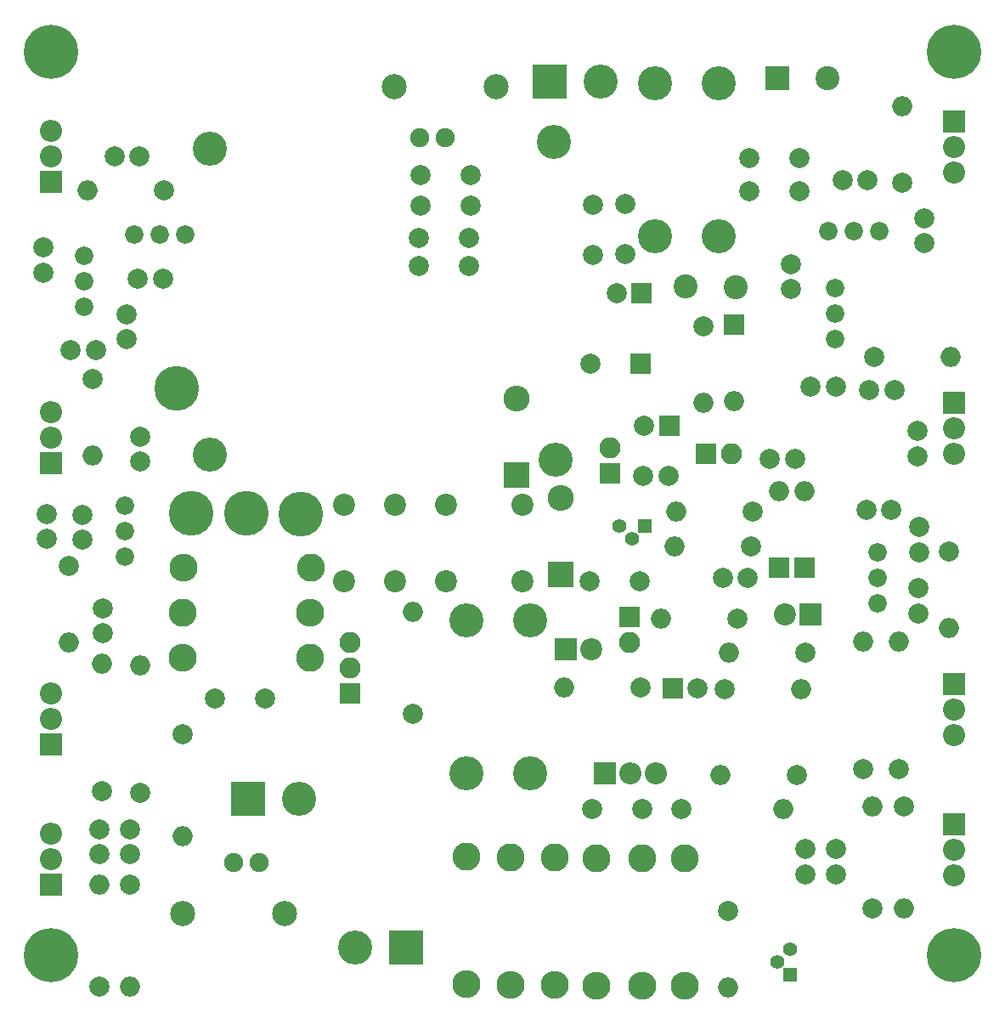
<source format=gbr>
G04 #@! TF.FileFunction,Soldermask,Bot*
%FSLAX46Y46*%
G04 Gerber Fmt 4.6, Leading zero omitted, Abs format (unit mm)*
G04 Created by KiCad (PCBNEW 4.0.7) date 07/03/19 14:07:01*
%MOMM*%
%LPD*%
G01*
G04 APERTURE LIST*
%ADD10C,0.100000*%
%ADD11C,1.840000*%
%ADD12C,2.000000*%
%ADD13O,2.000000X2.000000*%
%ADD14C,2.800000*%
%ADD15O,2.800000X2.800000*%
%ADD16R,2.000000X2.000000*%
%ADD17R,2.400000X2.400000*%
%ADD18C,2.400000*%
%ADD19R,2.600000X2.600000*%
%ADD20O,2.600000X2.600000*%
%ADD21R,3.400000X3.400000*%
%ADD22C,3.400000*%
%ADD23R,2.100000X2.100000*%
%ADD24O,2.100000X2.100000*%
%ADD25C,1.400000*%
%ADD26R,1.400000X1.400000*%
%ADD27C,2.200000*%
%ADD28C,5.400000*%
%ADD29R,2.200000X2.200000*%
%ADD30O,2.200000X2.200000*%
%ADD31C,1.900000*%
%ADD32C,2.500000*%
%ADD33C,4.464000*%
G04 APERTURE END LIST*
D10*
D11*
X52374800Y-95300800D03*
X52374800Y-92760800D03*
X52374800Y-90220800D03*
D12*
X50038000Y-118719600D03*
D13*
X50038000Y-106019600D03*
D12*
X114782600Y-94284800D03*
D13*
X107162600Y-94284800D03*
D12*
X81813400Y-60350400D03*
X86813400Y-60350400D03*
D14*
X70916800Y-96443800D03*
D15*
X58216800Y-96443800D03*
D16*
X106616500Y-82257900D03*
D12*
X104116500Y-82257900D03*
X119126000Y-85598000D03*
X116626000Y-85598000D03*
X106540300Y-87261700D03*
X104040300Y-87261700D03*
X49784000Y-124968000D03*
X49784000Y-122468000D03*
X53835300Y-55473600D03*
X51335300Y-55473600D03*
X123215400Y-124447300D03*
X123215400Y-126947300D03*
D16*
X103860600Y-69077840D03*
D12*
X101360600Y-69077840D03*
X56134000Y-67614800D03*
X53634000Y-67614800D03*
D16*
X103748840Y-76123800D03*
D12*
X98748840Y-76123800D03*
D17*
X117348000Y-47650400D03*
D18*
X122348000Y-47650400D03*
D12*
X48133000Y-93624400D03*
X48133000Y-91124400D03*
D16*
X106934000Y-108458000D03*
D12*
X109434000Y-108458000D03*
D16*
X117576600Y-96443800D03*
D13*
X117576600Y-88823800D03*
D16*
X120129300Y-96431100D03*
D13*
X120129300Y-88811100D03*
D19*
X91404440Y-87172800D03*
D20*
X91404440Y-79552800D03*
D19*
X95783400Y-97053400D03*
D20*
X95783400Y-89433400D03*
D21*
X64643000Y-119443500D03*
D22*
X69723000Y-119443500D03*
D21*
X80411320Y-134223760D03*
D22*
X75331320Y-134223760D03*
D21*
X94678500Y-48006000D03*
D22*
X99758500Y-48006000D03*
D23*
X74777600Y-108966000D03*
D24*
X74777600Y-106426000D03*
X74777600Y-103886000D03*
D12*
X81076800Y-110972600D03*
D13*
X81076800Y-100812600D03*
D25*
X102946200Y-93497400D03*
X101676200Y-92227400D03*
D26*
X104216200Y-92227400D03*
D12*
X114909600Y-90855800D03*
D13*
X107289600Y-90855800D03*
D14*
X58140600Y-100939600D03*
D15*
X70840600Y-100939600D03*
D14*
X70789800Y-105359200D03*
D15*
X58089800Y-105359200D03*
D12*
X49784000Y-138176000D03*
D13*
X49784000Y-128016000D03*
D12*
X129971800Y-120243600D03*
D13*
X129971800Y-130403600D03*
D12*
X112166400Y-108559600D03*
D13*
X119786400Y-108559600D03*
D14*
X95214440Y-125262640D03*
D15*
X95214440Y-137962640D03*
D12*
X120142000Y-104902000D03*
D13*
X112522000Y-104902000D03*
D12*
X103713280Y-108351320D03*
D13*
X96093280Y-108351320D03*
D27*
X84396600Y-97780000D03*
X74236600Y-97780000D03*
X79316600Y-97780000D03*
X79316600Y-90180000D03*
X84396600Y-90180000D03*
X74236600Y-90180000D03*
X92016600Y-97780000D03*
X92016600Y-90180000D03*
D11*
X53289200Y-63246000D03*
X55829200Y-63246000D03*
X58369200Y-63246000D03*
X127355600Y-94894400D03*
X127355600Y-97434400D03*
X127355600Y-99974400D03*
D28*
X45000000Y-135000000D03*
X135000000Y-135000000D03*
X135000000Y-45000000D03*
X45000000Y-45000000D03*
D12*
X61315600Y-109474000D03*
X66315600Y-109474000D03*
X98907600Y-120446800D03*
X103907600Y-120446800D03*
X98643440Y-97805240D03*
X103643440Y-97805240D03*
X114452400Y-97459800D03*
X111952400Y-97459800D03*
D18*
X113233200Y-68503800D03*
D12*
X109982000Y-72390000D03*
D13*
X109982000Y-80010000D03*
D12*
X52832000Y-128016000D03*
D13*
X52832000Y-138176000D03*
D12*
X126847600Y-130378200D03*
D13*
X126847600Y-120218200D03*
D12*
X58102500Y-112966500D03*
D13*
X58102500Y-123126500D03*
D12*
X107797600Y-120446800D03*
D13*
X117957600Y-120446800D03*
D29*
X120650000Y-101092000D03*
D27*
X118110000Y-101092000D03*
D29*
X45000000Y-128000000D03*
D30*
X45000000Y-125460000D03*
X45000000Y-122920000D03*
D29*
X135000000Y-122000000D03*
D30*
X135000000Y-124540000D03*
X135000000Y-127080000D03*
D23*
X100685600Y-87045800D03*
D24*
X100685600Y-84505800D03*
D29*
X96316800Y-104510840D03*
D27*
X98856800Y-104510840D03*
D12*
X131521200Y-94869000D03*
X131521200Y-92369000D03*
D18*
X108280200Y-68389500D03*
D29*
X45000000Y-114000000D03*
D30*
X45000000Y-111460000D03*
X45000000Y-108920000D03*
D29*
X135000000Y-108000000D03*
D30*
X135000000Y-110540000D03*
X135000000Y-113080000D03*
D29*
X45000000Y-86000000D03*
D30*
X45000000Y-83460000D03*
X45000000Y-80920000D03*
D29*
X135000000Y-80000000D03*
D30*
X135000000Y-82540000D03*
X135000000Y-85080000D03*
D29*
X135000000Y-52000000D03*
D30*
X135000000Y-54540000D03*
X135000000Y-57080000D03*
D31*
X84277200Y-53543240D03*
X81737200Y-53543240D03*
D32*
X79197200Y-48463240D03*
X89357200Y-48463240D03*
D31*
X63207900Y-125770600D03*
X65747900Y-125770600D03*
D32*
X68287900Y-130850600D03*
X58127900Y-130850600D03*
D12*
X114554000Y-55626000D03*
X119554000Y-55626000D03*
X98983800Y-60238640D03*
X98983800Y-65238640D03*
X102260400Y-60198000D03*
X102260400Y-65198000D03*
X114554000Y-58928000D03*
X119554000Y-58928000D03*
X81813400Y-57327800D03*
X86813400Y-57327800D03*
X81686400Y-63525400D03*
X86686400Y-63525400D03*
X81635600Y-66395600D03*
X86635600Y-66395600D03*
D14*
X90769440Y-125262640D03*
D15*
X90769440Y-137962640D03*
D14*
X86410800Y-125171200D03*
D15*
X86410800Y-137871200D03*
D22*
X92710000Y-116865400D03*
X92710000Y-101625400D03*
X86360000Y-116865400D03*
X86360000Y-101625400D03*
X111506000Y-63373000D03*
X111506000Y-48133000D03*
X105156000Y-63373000D03*
X105156000Y-48133000D03*
D12*
X129476500Y-116459000D03*
D13*
X129476500Y-103759000D03*
D12*
X52832000Y-124968000D03*
X52832000Y-122468000D03*
X120142000Y-124460000D03*
X120142000Y-126960000D03*
D33*
X64429640Y-91023440D03*
X69916040Y-91099640D03*
X57520840Y-78587600D03*
X58943240Y-91023440D03*
D12*
X53848000Y-118872000D03*
D13*
X53848000Y-106172000D03*
D12*
X125920500Y-116509800D03*
D13*
X125920500Y-103809800D03*
D12*
X131419600Y-100965000D03*
X131419600Y-98465000D03*
X50139600Y-102971600D03*
X50139600Y-100471600D03*
X126238000Y-90678000D03*
X128738000Y-90678000D03*
X53898800Y-85852000D03*
X53898800Y-83352000D03*
X131318000Y-82804000D03*
X131318000Y-85304000D03*
X44577000Y-91059000D03*
X44577000Y-93559000D03*
X129057400Y-78689200D03*
X126557400Y-78689200D03*
X49479200Y-74777600D03*
X46979200Y-74777600D03*
X123215400Y-78409800D03*
X120715400Y-78409800D03*
X52527200Y-71170800D03*
X52527200Y-73670800D03*
X132044440Y-61579760D03*
X132044440Y-64079760D03*
X44196000Y-64516000D03*
X44196000Y-67016000D03*
X126365000Y-57785000D03*
X123865000Y-57785000D03*
X118745000Y-66167000D03*
X118745000Y-68667000D03*
D11*
X123103640Y-68564760D03*
X123103640Y-71104760D03*
X123103640Y-73644760D03*
X48310800Y-70459600D03*
X48310800Y-67919600D03*
X48310800Y-65379600D03*
X127574040Y-62920880D03*
X125034040Y-62920880D03*
X122494040Y-62920880D03*
D12*
X134467600Y-94767400D03*
D13*
X134467600Y-102387400D03*
D12*
X46736000Y-96266000D03*
D13*
X46736000Y-103886000D03*
D12*
X127071120Y-75438000D03*
D13*
X134691120Y-75438000D03*
D12*
X49123600Y-77622400D03*
D13*
X49123600Y-85242400D03*
D12*
X129794000Y-58089800D03*
D13*
X129794000Y-50469800D03*
D29*
X45000000Y-58000000D03*
D30*
X45000000Y-55460000D03*
X45000000Y-52920000D03*
D12*
X56286400Y-58801000D03*
D13*
X48666400Y-58801000D03*
D12*
X119359680Y-117043200D03*
D13*
X111739680Y-117043200D03*
D23*
X110236000Y-85090000D03*
D24*
X112776000Y-85090000D03*
D16*
X113106200Y-72199500D03*
D13*
X113106200Y-79819500D03*
D23*
X102616000Y-101346000D03*
D24*
X102616000Y-103886000D03*
D14*
X108193840Y-125349000D03*
D15*
X108193840Y-138049000D03*
D14*
X103926640Y-125349000D03*
D15*
X103926640Y-138049000D03*
D14*
X99390200Y-125349000D03*
D15*
X99390200Y-138049000D03*
D12*
X113411000Y-101473000D03*
D13*
X105791000Y-101473000D03*
D22*
X95148400Y-54000400D03*
X60858400Y-54635400D03*
X95275400Y-85623400D03*
X60858400Y-85115400D03*
D25*
X117411500Y-135699500D03*
X118681500Y-134429500D03*
D26*
X118681500Y-136969500D03*
D12*
X112458500Y-130619500D03*
D13*
X112458500Y-138239500D03*
D29*
X100228400Y-116941600D03*
D30*
X102768400Y-116941600D03*
X105308400Y-116941600D03*
M02*

</source>
